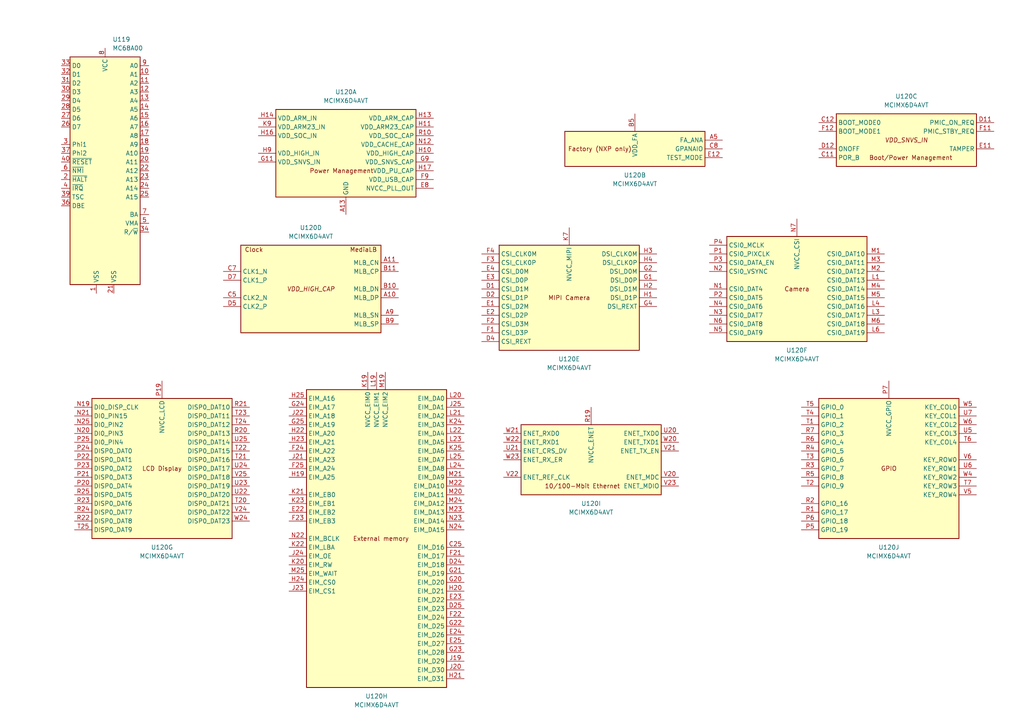
<source format=kicad_sch>
(kicad_sch (version 20250114) (generator "eeschema") (generator_version "9.0")
  (paper "A4")
  (symbol (lib_id "CPU_NXP_IMX:MCIMX6D4AVT") (at 100.33 44.45 0) (unit 1)
    (property "Reference" "U120" (at 100.33 26.67 0))
    (property "Value" "MCIMX6D4AVT" (at 100.33 29.21 0))
    (property "Footprint" "Package_BGA:BGA-624_21x21mm_Layout25x25_P0.8mm" (effects (hide yes)))
    (property "Datasheet" "https://www.nxp.com/docs/en/data-sheet/IMX6DQAEC.pdf" (effects (hide yes)))
    (property "Description" "i.MX 6Dual Automotive and Infotainment Application Processor, BGA-624" (effects (hide yes)))
  )
  (symbol (lib_id "CPU_NXP_IMX:MCIMX6D4AVT") (at 262.89 40.64 0) (unit 3)
    (property "Reference" "U120" (at 262.89 27.94 0))
    (property "Value" "MCIMX6D4AVT" (at 262.89 30.48 0))
    (property "Footprint" "Package_BGA:BGA-624_21x21mm_Layout25x25_P0.8mm" (effects (hide yes)))
    (property "Datasheet" "https://www.nxp.com/docs/en/data-sheet/IMX6DQAEC.pdf" (effects (hide yes)))
    (property "Description" "i.MX 6Dual Automotive and Infotainment Application Processor, BGA-624" (effects (hide yes)))
  )
  (symbol (lib_id "CPU_NXP_IMX:MCIMX6D4AVT") (at 46.99 135.89 0) (unit 7)
    (property "Reference" "U120" (at 46.99 158.75 0))
    (property "Value" "MCIMX6D4AVT" (at 46.99 161.29 0))
    (property "Footprint" "Package_BGA:BGA-624_21x21mm_Layout25x25_P0.8mm" (effects (hide yes)))
    (property "Datasheet" "https://www.nxp.com/docs/en/data-sheet/IMX6DQAEC.pdf" (effects (hide yes)))
    (property "Description" "i.MX 6Dual Automotive and Infotainment Application Processor, BGA-624" (effects (hide yes)))
  )
  (symbol (lib_id "CPU_NXP_IMX:MCIMX6D4AVT") (at 231.14 83.82 0) (unit 6)
    (property "Reference" "U120" (at 231.14 101.6 0))
    (property "Value" "MCIMX6D4AVT" (at 231.14 104.14 0))
    (property "Footprint" "Package_BGA:BGA-624_21x21mm_Layout25x25_P0.8mm" (effects (hide yes)))
    (property "Datasheet" "https://www.nxp.com/docs/en/data-sheet/IMX6DQAEC.pdf" (effects (hide yes)))
    (property "Description" "i.MX 6Dual Automotive and Infotainment Application Processor, BGA-624" (effects (hide yes)))
  )
  (symbol (lib_id "CPU_NXP_IMX:MCIMX6D4AVT") (at 171.45 133.35 0) (unit 9)
    (property "Reference" "U120" (at 171.45 146.05 0))
    (property "Value" "MCIMX6D4AVT" (at 171.45 148.59 0))
    (property "Footprint" "Package_BGA:BGA-624_21x21mm_Layout25x25_P0.8mm" (effects (hide yes)))
    (property "Datasheet" "https://www.nxp.com/docs/en/data-sheet/IMX6DQAEC.pdf" (effects (hide yes)))
    (property "Description" "i.MX 6Dual Automotive and Infotainment Application Processor, BGA-624" (effects (hide yes)))
  )
  (symbol (lib_id "CPU_NXP_IMX:MCIMX6D4AVT") (at 184.15 43.18 0) (unit 2)
    (property "Reference" "U120" (at 184.15 50.8 0))
    (property "Value" "MCIMX6D4AVT" (at 184.15 53.34 0))
    (property "Footprint" "Package_BGA:BGA-624_21x21mm_Layout25x25_P0.8mm" (effects (hide yes)))
    (property "Datasheet" "https://www.nxp.com/docs/en/data-sheet/IMX6DQAEC.pdf" (effects (hide yes)))
    (property "Description" "i.MX 6Dual Automotive and Infotainment Application Processor, BGA-624" (effects (hide yes)))
  )
  (symbol (lib_id "CPU_NXP_IMX:MCIMX6D4AVT") (at 257.81 135.89 0) (unit 10)
    (property "Reference" "U120" (at 257.81 158.75 0))
    (property "Value" "MCIMX6D4AVT" (at 257.81 161.29 0))
    (property "Footprint" "Package_BGA:BGA-624_21x21mm_Layout25x25_P0.8mm" (effects (hide yes)))
    (property "Datasheet" "https://www.nxp.com/docs/en/data-sheet/IMX6DQAEC.pdf" (effects (hide yes)))
    (property "Description" "i.MX 6Dual Automotive and Infotainment Application Processor, BGA-624" (effects (hide yes)))
  )
  (symbol (lib_id "CPU_NXP_IMX:MCIMX6D4AVT") (at 90.17 83.82 0) (unit 4)
    (property "Reference" "U120" (at 90.17 66.04 0))
    (property "Value" "MCIMX6D4AVT" (at 90.17 68.58 0))
    (property "Footprint" "Package_BGA:BGA-624_21x21mm_Layout25x25_P0.8mm" (effects (hide yes)))
    (property "Datasheet" "https://www.nxp.com/docs/en/data-sheet/IMX6DQAEC.pdf" (effects (hide yes)))
    (property "Description" "i.MX 6Dual Automotive and Infotainment Application Processor, BGA-624" (effects (hide yes)))
  )
  (symbol (lib_id "CPU_NXP_IMX:MCIMX6D4AVT") (at 109.22 156.21 0) (unit 8)
    (property "Reference" "U120" (at 109.22 201.93 0))
    (property "Value" "MCIMX6D4AVT" (at 109.22 204.47 0))
    (property "Footprint" "Package_BGA:BGA-624_21x21mm_Layout25x25_P0.8mm" (effects (hide yes)))
    (property "Datasheet" "https://www.nxp.com/docs/en/data-sheet/IMX6DQAEC.pdf" (effects (hide yes)))
    (property "Description" "i.MX 6Dual Automotive and Infotainment Application Processor, BGA-624" (effects (hide yes)))
  )
  (symbol (lib_id "CPU_NXP_6800:MC68A00") (at 30.48 49.53 0) (unit 1)
    (property "Reference" "U119" (at 32.6233 11.43 0) (effects (justify left)))
    (property "Value" "MC68A00" (at 32.6233 13.97 0) (effects (justify left)))
    (property "Footprint" "Package_DIP:DIP-40_W15.24mm" (effects (hide yes)))
    (property "Datasheet" "http://pdf.datasheetcatalog.com/datasheet/motorola/MC68A00L.pdf" (effects (hide yes)))
    (property "Description" "8-Bit Microprocessing unit 1.5MHz, DIP-40" (effects (hide yes)))
  )
  (symbol (lib_id "CPU_NXP_IMX:MCIMX6D4AVT") (at 165.1 86.36 0) (unit 5)
    (property "Reference" "U120" (at 165.1 104.14 0))
    (property "Value" "MCIMX6D4AVT" (at 165.1 106.68 0))
    (property "Footprint" "Package_BGA:BGA-624_21x21mm_Layout25x25_P0.8mm" (effects (hide yes)))
    (property "Datasheet" "https://www.nxp.com/docs/en/data-sheet/IMX6DQAEC.pdf" (effects (hide yes)))
    (property "Description" "i.MX 6Dual Automotive and Infotainment Application Processor, BGA-624" (effects (hide yes)))
  )
)
</source>
